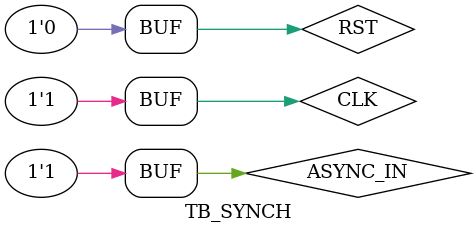
<source format=v>
/**
Testbench for SYNCH.v - Synchronizer Module Verification

Description: Comprehensive test environment that verifies the 3-stage synchronizer
             functionality with various asynchronous input scenarios and reset conditions.

@note: Tests include normal operation, glitch filtering, and reset recovery.
*/

`timescale 1ns / 1ps

module TB_SYNCH();

reg ASYNC_IN;
reg CLK;
reg RST;
    
wire SYNC_OUT;
    
SYNCH uut 
(
    .ASYNC_IN(ASYNC_IN),
    .CLK(CLK),
    .RST(RST),
    .SYNC_OUT(SYNC_OUT)
);

// Clock generation
always 
begin
    CLK = 1'b0;
    #5;
    CLK = 1'b1;
    #5;
end
   
// Text stimulus generation
initial 
begin
    ASYNC_IN = 1'b1;
    RST = 1'b1;

    #20;
    RST = 1'b0;
       
    #30;

    // Clean transition
    ASYNC_IN = 1'b0;
    #10;
    ASYNC_IN = 1'b1;
    #40;

    // Longer low pulse
    ASYNC_IN = 1'b0;
    #50;
    ASYNC_IN = 1'b1;
    #40;

    // Rapid transitions
    ASYNC_IN = 1'b0;
    #15;
    ASYNC_IN = 1'b1;
    #12;
    ASYNC_IN = 1'b0;
    #18;
    ASYNC_IN = 1'b1;
    #40;

    // Reset during operation
    RST = 1'b1;
    #20;
    RST = 1'b0;
    #40;     

    // Short pulse
    ASYNC_IN = 1'b0;
    #7;  
    ASYNC_IN = 1'b1;
    #40;       

    // Long stable input
    ASYNC_IN = 1'b0;
    #100;
    ASYNC_IN = 1'b1;
    #50;

end

endmodule

</source>
